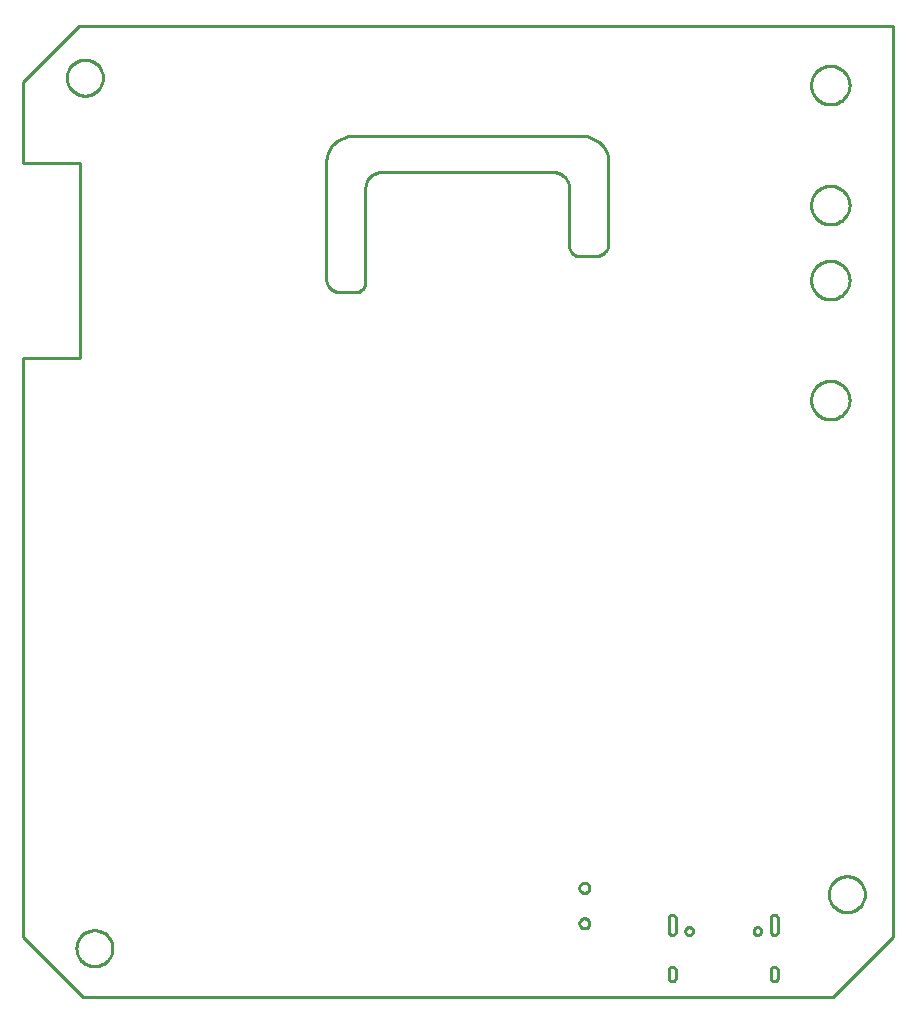
<source format=gbr>
G04 EAGLE Gerber RS-274X export*
G75*
%MOMM*%
%FSLAX34Y34*%
%LPD*%
%IN*%
%IPPOS*%
%AMOC8*
5,1,8,0,0,1.08239X$1,22.5*%
G01*
%ADD10C,0.254000*%


D10*
X0Y50800D02*
X50800Y0D01*
X685800Y0D01*
X736400Y50600D01*
X736400Y822200D01*
X47498Y822198D01*
X0Y774700D01*
X0Y706120D01*
X48260Y706120D01*
X48260Y541020D01*
X0Y541020D01*
X0Y50800D01*
X632782Y55708D02*
X632793Y55447D01*
X632828Y55187D01*
X632884Y54932D01*
X632963Y54682D01*
X633063Y54440D01*
X633184Y54208D01*
X633325Y53987D01*
X633484Y53780D01*
X633661Y53587D01*
X633854Y53410D01*
X634061Y53251D01*
X634282Y53110D01*
X634514Y52989D01*
X634756Y52889D01*
X635006Y52810D01*
X635261Y52754D01*
X635521Y52719D01*
X635782Y52708D01*
X636043Y52719D01*
X636303Y52754D01*
X636558Y52810D01*
X636808Y52889D01*
X637050Y52989D01*
X637282Y53110D01*
X637503Y53251D01*
X637710Y53410D01*
X637903Y53587D01*
X638080Y53780D01*
X638239Y53987D01*
X638380Y54208D01*
X638501Y54440D01*
X638601Y54682D01*
X638680Y54932D01*
X638736Y55187D01*
X638771Y55447D01*
X638782Y55708D01*
X638782Y66708D01*
X638771Y66969D01*
X638736Y67229D01*
X638680Y67484D01*
X638601Y67734D01*
X638501Y67976D01*
X638380Y68208D01*
X638239Y68429D01*
X638080Y68636D01*
X637903Y68829D01*
X637710Y69006D01*
X637503Y69165D01*
X637282Y69306D01*
X637050Y69427D01*
X636808Y69527D01*
X636558Y69606D01*
X636303Y69662D01*
X636043Y69697D01*
X635782Y69708D01*
X635521Y69697D01*
X635261Y69662D01*
X635006Y69606D01*
X634756Y69527D01*
X634514Y69427D01*
X634282Y69306D01*
X634061Y69165D01*
X633854Y69006D01*
X633661Y68829D01*
X633484Y68636D01*
X633325Y68429D01*
X633184Y68208D01*
X633063Y67976D01*
X632963Y67734D01*
X632884Y67484D01*
X632828Y67229D01*
X632793Y66969D01*
X632782Y66708D01*
X632782Y55708D01*
X632782Y16358D02*
X632793Y16097D01*
X632828Y15837D01*
X632884Y15582D01*
X632963Y15332D01*
X633063Y15090D01*
X633184Y14858D01*
X633325Y14637D01*
X633484Y14430D01*
X633661Y14237D01*
X633854Y14060D01*
X634061Y13901D01*
X634282Y13760D01*
X634514Y13639D01*
X634756Y13539D01*
X635006Y13460D01*
X635261Y13404D01*
X635521Y13369D01*
X635782Y13358D01*
X636043Y13369D01*
X636303Y13404D01*
X636558Y13460D01*
X636808Y13539D01*
X637050Y13639D01*
X637282Y13760D01*
X637503Y13901D01*
X637710Y14060D01*
X637903Y14237D01*
X638080Y14430D01*
X638239Y14637D01*
X638380Y14858D01*
X638501Y15090D01*
X638601Y15332D01*
X638680Y15582D01*
X638736Y15837D01*
X638771Y16097D01*
X638782Y16358D01*
X638782Y22558D01*
X638771Y22819D01*
X638736Y23079D01*
X638680Y23334D01*
X638601Y23584D01*
X638501Y23826D01*
X638380Y24058D01*
X638239Y24279D01*
X638080Y24486D01*
X637903Y24679D01*
X637710Y24856D01*
X637503Y25015D01*
X637282Y25156D01*
X637050Y25277D01*
X636808Y25377D01*
X636558Y25456D01*
X636303Y25512D01*
X636043Y25547D01*
X635782Y25558D01*
X635521Y25547D01*
X635261Y25512D01*
X635006Y25456D01*
X634756Y25377D01*
X634514Y25277D01*
X634282Y25156D01*
X634061Y25015D01*
X633854Y24856D01*
X633661Y24679D01*
X633484Y24486D01*
X633325Y24279D01*
X633184Y24058D01*
X633063Y23826D01*
X632963Y23584D01*
X632884Y23334D01*
X632828Y23079D01*
X632793Y22819D01*
X632782Y22558D01*
X632782Y16358D01*
X546382Y55708D02*
X546393Y55447D01*
X546428Y55187D01*
X546484Y54932D01*
X546563Y54682D01*
X546663Y54440D01*
X546784Y54208D01*
X546925Y53987D01*
X547084Y53780D01*
X547261Y53587D01*
X547454Y53410D01*
X547661Y53251D01*
X547882Y53110D01*
X548114Y52989D01*
X548356Y52889D01*
X548606Y52810D01*
X548861Y52754D01*
X549121Y52719D01*
X549382Y52708D01*
X549643Y52719D01*
X549903Y52754D01*
X550158Y52810D01*
X550408Y52889D01*
X550650Y52989D01*
X550882Y53110D01*
X551103Y53251D01*
X551310Y53410D01*
X551503Y53587D01*
X551680Y53780D01*
X551839Y53987D01*
X551980Y54208D01*
X552101Y54440D01*
X552201Y54682D01*
X552280Y54932D01*
X552336Y55187D01*
X552371Y55447D01*
X552382Y55708D01*
X552382Y66708D01*
X552371Y66969D01*
X552336Y67229D01*
X552280Y67484D01*
X552201Y67734D01*
X552101Y67976D01*
X551980Y68208D01*
X551839Y68429D01*
X551680Y68636D01*
X551503Y68829D01*
X551310Y69006D01*
X551103Y69165D01*
X550882Y69306D01*
X550650Y69427D01*
X550408Y69527D01*
X550158Y69606D01*
X549903Y69662D01*
X549643Y69697D01*
X549382Y69708D01*
X549121Y69697D01*
X548861Y69662D01*
X548606Y69606D01*
X548356Y69527D01*
X548114Y69427D01*
X547882Y69306D01*
X547661Y69165D01*
X547454Y69006D01*
X547261Y68829D01*
X547084Y68636D01*
X546925Y68429D01*
X546784Y68208D01*
X546663Y67976D01*
X546563Y67734D01*
X546484Y67484D01*
X546428Y67229D01*
X546393Y66969D01*
X546382Y66708D01*
X546382Y55708D01*
X546382Y16358D02*
X546393Y16097D01*
X546428Y15837D01*
X546484Y15582D01*
X546563Y15332D01*
X546663Y15090D01*
X546784Y14858D01*
X546925Y14637D01*
X547084Y14430D01*
X547261Y14237D01*
X547454Y14060D01*
X547661Y13901D01*
X547882Y13760D01*
X548114Y13639D01*
X548356Y13539D01*
X548606Y13460D01*
X548861Y13404D01*
X549121Y13369D01*
X549382Y13358D01*
X549643Y13369D01*
X549903Y13404D01*
X550158Y13460D01*
X550408Y13539D01*
X550650Y13639D01*
X550882Y13760D01*
X551103Y13901D01*
X551310Y14060D01*
X551503Y14237D01*
X551680Y14430D01*
X551839Y14637D01*
X551980Y14858D01*
X552101Y15090D01*
X552201Y15332D01*
X552280Y15582D01*
X552336Y15837D01*
X552371Y16097D01*
X552382Y16358D01*
X552382Y22558D01*
X552371Y22819D01*
X552336Y23079D01*
X552280Y23334D01*
X552201Y23584D01*
X552101Y23826D01*
X551980Y24058D01*
X551839Y24279D01*
X551680Y24486D01*
X551503Y24679D01*
X551310Y24856D01*
X551103Y25015D01*
X550882Y25156D01*
X550650Y25277D01*
X550408Y25377D01*
X550158Y25456D01*
X549903Y25512D01*
X549643Y25547D01*
X549382Y25558D01*
X549121Y25547D01*
X548861Y25512D01*
X548606Y25456D01*
X548356Y25377D01*
X548114Y25277D01*
X547882Y25156D01*
X547661Y25015D01*
X547454Y24856D01*
X547261Y24679D01*
X547084Y24486D01*
X546925Y24279D01*
X546784Y24058D01*
X546663Y23826D01*
X546563Y23584D01*
X546484Y23334D01*
X546428Y23079D01*
X546393Y22819D01*
X546382Y22558D01*
X546382Y16358D01*
X256540Y607060D02*
X256667Y606093D01*
X256878Y605141D01*
X257172Y604211D01*
X257545Y603311D01*
X257995Y602446D01*
X258519Y601623D01*
X259112Y600850D01*
X259771Y600131D01*
X260490Y599472D01*
X261263Y598879D01*
X262086Y598355D01*
X262951Y597905D01*
X263851Y597532D01*
X264781Y597238D01*
X265733Y597027D01*
X266700Y596900D01*
X281940Y596900D01*
X282665Y596995D01*
X283379Y597154D01*
X284076Y597374D01*
X284752Y597653D01*
X285401Y597991D01*
X286017Y598384D01*
X286598Y598829D01*
X287137Y599323D01*
X287631Y599862D01*
X288076Y600443D01*
X288469Y601059D01*
X288807Y601708D01*
X289086Y602384D01*
X289306Y603081D01*
X289465Y603795D01*
X289560Y604520D01*
X289560Y685800D01*
X289719Y687008D01*
X289983Y688198D01*
X290349Y689361D01*
X290816Y690487D01*
X291379Y691568D01*
X292033Y692596D01*
X292775Y693563D01*
X293599Y694461D01*
X294497Y695285D01*
X295464Y696027D01*
X296492Y696681D01*
X297573Y697244D01*
X298699Y697711D01*
X299862Y698077D01*
X301052Y698341D01*
X302260Y698500D01*
X449580Y698500D01*
X450788Y698341D01*
X451978Y698077D01*
X453141Y697711D01*
X454267Y697244D01*
X455348Y696681D01*
X456376Y696027D01*
X457343Y695285D01*
X458241Y694461D01*
X459065Y693563D01*
X459807Y692596D01*
X460461Y691568D01*
X461024Y690487D01*
X461491Y689361D01*
X461857Y688198D01*
X462121Y687008D01*
X462280Y685800D01*
X462280Y635000D01*
X462375Y634275D01*
X462534Y633561D01*
X462754Y632864D01*
X463033Y632188D01*
X463371Y631539D01*
X463764Y630923D01*
X464209Y630342D01*
X464703Y629803D01*
X465242Y629309D01*
X465823Y628864D01*
X466439Y628471D01*
X467088Y628133D01*
X467764Y627854D01*
X468461Y627634D01*
X469175Y627475D01*
X469900Y627380D01*
X485140Y627380D01*
X486107Y627507D01*
X487059Y627718D01*
X487989Y628011D01*
X488889Y628385D01*
X489754Y628835D01*
X490577Y629359D01*
X491350Y629952D01*
X492069Y630611D01*
X492728Y631330D01*
X493321Y632103D01*
X493845Y632926D01*
X494295Y633791D01*
X494669Y634691D01*
X494962Y635621D01*
X495173Y636573D01*
X495300Y637540D01*
X495300Y708660D01*
X495045Y710593D01*
X494623Y712497D01*
X494037Y714357D01*
X493291Y716159D01*
X492390Y717888D01*
X491343Y719533D01*
X490155Y721080D01*
X488838Y722518D01*
X487400Y723835D01*
X485853Y725023D01*
X484208Y726070D01*
X482479Y726971D01*
X480677Y727717D01*
X478817Y728303D01*
X476913Y728725D01*
X474980Y728980D01*
X276860Y728980D01*
X274927Y728725D01*
X273023Y728303D01*
X271163Y727717D01*
X269361Y726971D01*
X267632Y726070D01*
X265987Y725023D01*
X264440Y723835D01*
X263002Y722518D01*
X261685Y721080D01*
X260497Y719533D01*
X259450Y717888D01*
X258549Y716159D01*
X257803Y714357D01*
X257217Y712497D01*
X256795Y710593D01*
X256540Y708660D01*
X256540Y607060D01*
X75438Y40858D02*
X75360Y39772D01*
X75205Y38694D01*
X74974Y37631D01*
X74667Y36586D01*
X74287Y35566D01*
X73835Y34576D01*
X73313Y33621D01*
X72724Y32705D01*
X72072Y31833D01*
X71359Y31011D01*
X70589Y30241D01*
X69767Y29528D01*
X68895Y28876D01*
X67979Y28287D01*
X67024Y27765D01*
X66034Y27313D01*
X65014Y26933D01*
X63969Y26626D01*
X62906Y26395D01*
X61828Y26240D01*
X60742Y26162D01*
X59654Y26162D01*
X58568Y26240D01*
X57490Y26395D01*
X56427Y26626D01*
X55382Y26933D01*
X54362Y27313D01*
X53372Y27765D01*
X52417Y28287D01*
X51501Y28876D01*
X50629Y29528D01*
X49807Y30241D01*
X49037Y31011D01*
X48324Y31833D01*
X47672Y32705D01*
X47083Y33621D01*
X46561Y34576D01*
X46109Y35566D01*
X45729Y36586D01*
X45422Y37631D01*
X45191Y38694D01*
X45036Y39772D01*
X44958Y40858D01*
X44958Y41946D01*
X45036Y43032D01*
X45191Y44110D01*
X45422Y45173D01*
X45729Y46218D01*
X46109Y47238D01*
X46561Y48228D01*
X47083Y49183D01*
X47672Y50099D01*
X48324Y50971D01*
X49037Y51793D01*
X49807Y52563D01*
X50629Y53276D01*
X51501Y53928D01*
X52417Y54517D01*
X53372Y55039D01*
X54362Y55491D01*
X55382Y55871D01*
X56427Y56178D01*
X57490Y56409D01*
X58568Y56564D01*
X59654Y56642D01*
X60742Y56642D01*
X61828Y56564D01*
X62906Y56409D01*
X63969Y56178D01*
X65014Y55871D01*
X66034Y55491D01*
X67024Y55039D01*
X67979Y54517D01*
X68895Y53928D01*
X69767Y53276D01*
X70589Y52563D01*
X71359Y51793D01*
X72072Y50971D01*
X72724Y50099D01*
X73313Y49183D01*
X73835Y48228D01*
X74287Y47238D01*
X74667Y46218D01*
X74974Y45173D01*
X75205Y44110D01*
X75360Y43032D01*
X75438Y41946D01*
X75438Y40858D01*
X712470Y86578D02*
X712392Y85492D01*
X712237Y84414D01*
X712006Y83351D01*
X711699Y82306D01*
X711319Y81286D01*
X710867Y80296D01*
X710345Y79341D01*
X709756Y78425D01*
X709104Y77553D01*
X708391Y76731D01*
X707621Y75961D01*
X706799Y75248D01*
X705927Y74596D01*
X705011Y74007D01*
X704056Y73485D01*
X703066Y73033D01*
X702046Y72653D01*
X701001Y72346D01*
X699938Y72115D01*
X698860Y71960D01*
X697774Y71882D01*
X696686Y71882D01*
X695600Y71960D01*
X694522Y72115D01*
X693459Y72346D01*
X692414Y72653D01*
X691394Y73033D01*
X690404Y73485D01*
X689449Y74007D01*
X688533Y74596D01*
X687661Y75248D01*
X686839Y75961D01*
X686069Y76731D01*
X685356Y77553D01*
X684704Y78425D01*
X684115Y79341D01*
X683593Y80296D01*
X683141Y81286D01*
X682761Y82306D01*
X682454Y83351D01*
X682223Y84414D01*
X682068Y85492D01*
X681990Y86578D01*
X681990Y87666D01*
X682068Y88752D01*
X682223Y89830D01*
X682454Y90893D01*
X682761Y91938D01*
X683141Y92958D01*
X683593Y93948D01*
X684115Y94903D01*
X684704Y95819D01*
X685356Y96691D01*
X686069Y97513D01*
X686839Y98283D01*
X687661Y98996D01*
X688533Y99648D01*
X689449Y100237D01*
X690404Y100759D01*
X691394Y101211D01*
X692414Y101591D01*
X693459Y101898D01*
X694522Y102129D01*
X695600Y102284D01*
X696686Y102362D01*
X697774Y102362D01*
X698860Y102284D01*
X699938Y102129D01*
X701001Y101898D01*
X702046Y101591D01*
X703066Y101211D01*
X704056Y100759D01*
X705011Y100237D01*
X705927Y99648D01*
X706799Y98996D01*
X707621Y98283D01*
X708391Y97513D01*
X709104Y96691D01*
X709756Y95819D01*
X710345Y94903D01*
X710867Y93948D01*
X711319Y92958D01*
X711699Y91938D01*
X712006Y90893D01*
X712237Y89830D01*
X712392Y88752D01*
X712470Y87666D01*
X712470Y86578D01*
X67310Y777966D02*
X67232Y776880D01*
X67077Y775802D01*
X66846Y774739D01*
X66539Y773694D01*
X66159Y772674D01*
X65707Y771684D01*
X65185Y770729D01*
X64596Y769813D01*
X63944Y768941D01*
X63231Y768119D01*
X62461Y767349D01*
X61639Y766636D01*
X60767Y765984D01*
X59851Y765395D01*
X58896Y764873D01*
X57906Y764421D01*
X56886Y764041D01*
X55841Y763734D01*
X54778Y763503D01*
X53700Y763348D01*
X52614Y763270D01*
X51526Y763270D01*
X50440Y763348D01*
X49362Y763503D01*
X48299Y763734D01*
X47254Y764041D01*
X46234Y764421D01*
X45244Y764873D01*
X44289Y765395D01*
X43373Y765984D01*
X42501Y766636D01*
X41679Y767349D01*
X40909Y768119D01*
X40196Y768941D01*
X39544Y769813D01*
X38955Y770729D01*
X38433Y771684D01*
X37981Y772674D01*
X37601Y773694D01*
X37294Y774739D01*
X37063Y775802D01*
X36908Y776880D01*
X36830Y777966D01*
X36830Y779054D01*
X36908Y780140D01*
X37063Y781218D01*
X37294Y782281D01*
X37601Y783326D01*
X37981Y784346D01*
X38433Y785336D01*
X38955Y786291D01*
X39544Y787207D01*
X40196Y788079D01*
X40909Y788901D01*
X41679Y789671D01*
X42501Y790384D01*
X43373Y791036D01*
X44289Y791625D01*
X45244Y792147D01*
X46234Y792599D01*
X47254Y792979D01*
X48299Y793286D01*
X49362Y793517D01*
X50440Y793672D01*
X51526Y793750D01*
X52614Y793750D01*
X53700Y793672D01*
X54778Y793517D01*
X55841Y793286D01*
X56886Y792979D01*
X57906Y792599D01*
X58896Y792147D01*
X59851Y791625D01*
X60767Y791036D01*
X61639Y790384D01*
X62461Y789671D01*
X63231Y788901D01*
X63944Y788079D01*
X64596Y787207D01*
X65185Y786291D01*
X65707Y785336D01*
X66159Y784346D01*
X66539Y783326D01*
X66846Y782281D01*
X67077Y781218D01*
X67232Y780140D01*
X67310Y779054D01*
X67310Y777966D01*
X566932Y55695D02*
X566876Y55273D01*
X566766Y54861D01*
X566603Y54467D01*
X566390Y54099D01*
X566131Y53761D01*
X565829Y53459D01*
X565491Y53200D01*
X565123Y52987D01*
X564729Y52824D01*
X564317Y52714D01*
X563895Y52658D01*
X563469Y52658D01*
X563047Y52714D01*
X562635Y52824D01*
X562241Y52987D01*
X561873Y53200D01*
X561535Y53459D01*
X561233Y53761D01*
X560974Y54099D01*
X560761Y54467D01*
X560598Y54861D01*
X560488Y55273D01*
X560432Y55695D01*
X560432Y56121D01*
X560488Y56543D01*
X560598Y56955D01*
X560761Y57349D01*
X560974Y57717D01*
X561233Y58055D01*
X561535Y58357D01*
X561873Y58616D01*
X562241Y58829D01*
X562635Y58992D01*
X563047Y59102D01*
X563469Y59158D01*
X563895Y59158D01*
X564317Y59102D01*
X564729Y58992D01*
X565123Y58829D01*
X565491Y58616D01*
X565829Y58357D01*
X566131Y58055D01*
X566390Y57717D01*
X566603Y57349D01*
X566766Y56955D01*
X566876Y56543D01*
X566932Y56121D01*
X566932Y55695D01*
X624732Y55695D02*
X624676Y55273D01*
X624566Y54861D01*
X624403Y54467D01*
X624190Y54099D01*
X623931Y53761D01*
X623629Y53459D01*
X623291Y53200D01*
X622923Y52987D01*
X622529Y52824D01*
X622117Y52714D01*
X621695Y52658D01*
X621269Y52658D01*
X620847Y52714D01*
X620435Y52824D01*
X620041Y52987D01*
X619673Y53200D01*
X619335Y53459D01*
X619033Y53761D01*
X618774Y54099D01*
X618561Y54467D01*
X618398Y54861D01*
X618288Y55273D01*
X618232Y55695D01*
X618232Y56121D01*
X618288Y56543D01*
X618398Y56955D01*
X618561Y57349D01*
X618774Y57717D01*
X619033Y58055D01*
X619335Y58357D01*
X619673Y58616D01*
X620041Y58829D01*
X620435Y58992D01*
X620847Y59102D01*
X621269Y59158D01*
X621695Y59158D01*
X622117Y59102D01*
X622529Y58992D01*
X622923Y58829D01*
X623291Y58616D01*
X623629Y58357D01*
X623931Y58055D01*
X624190Y57717D01*
X624403Y57349D01*
X624566Y56955D01*
X624676Y56543D01*
X624732Y56121D01*
X624732Y55695D01*
X475259Y96720D02*
X475811Y96647D01*
X476349Y96503D01*
X476864Y96290D01*
X477346Y96011D01*
X477788Y95672D01*
X478182Y95278D01*
X478521Y94836D01*
X478800Y94354D01*
X479013Y93839D01*
X479157Y93301D01*
X479230Y92749D01*
X479230Y92191D01*
X479157Y91639D01*
X479013Y91101D01*
X478800Y90586D01*
X478521Y90104D01*
X478182Y89662D01*
X477788Y89268D01*
X477346Y88929D01*
X476864Y88650D01*
X476349Y88437D01*
X475811Y88293D01*
X475259Y88220D01*
X474701Y88220D01*
X474149Y88293D01*
X473611Y88437D01*
X473096Y88650D01*
X472614Y88929D01*
X472172Y89268D01*
X471778Y89662D01*
X471439Y90104D01*
X471160Y90586D01*
X470947Y91101D01*
X470803Y91639D01*
X470730Y92191D01*
X470730Y92749D01*
X470803Y93301D01*
X470947Y93839D01*
X471160Y94354D01*
X471439Y94836D01*
X471778Y95278D01*
X472172Y95672D01*
X472614Y96011D01*
X473096Y96290D01*
X473611Y96503D01*
X474149Y96647D01*
X474701Y96720D01*
X475259Y96720D01*
X475259Y66720D02*
X475811Y66647D01*
X476349Y66503D01*
X476864Y66290D01*
X477346Y66011D01*
X477788Y65672D01*
X478182Y65278D01*
X478521Y64836D01*
X478800Y64354D01*
X479013Y63839D01*
X479157Y63301D01*
X479230Y62749D01*
X479230Y62191D01*
X479157Y61639D01*
X479013Y61101D01*
X478800Y60586D01*
X478521Y60104D01*
X478182Y59662D01*
X477788Y59268D01*
X477346Y58929D01*
X476864Y58650D01*
X476349Y58437D01*
X475811Y58293D01*
X475259Y58220D01*
X474701Y58220D01*
X474149Y58293D01*
X473611Y58437D01*
X473096Y58650D01*
X472614Y58929D01*
X472172Y59268D01*
X471778Y59662D01*
X471439Y60104D01*
X471160Y60586D01*
X470947Y61101D01*
X470803Y61639D01*
X470730Y62191D01*
X470730Y62749D01*
X470803Y63301D01*
X470947Y63839D01*
X471160Y64354D01*
X471439Y64836D01*
X471778Y65278D01*
X472172Y65672D01*
X472614Y66011D01*
X473096Y66290D01*
X473611Y66503D01*
X474149Y66647D01*
X474701Y66720D01*
X475259Y66720D01*
X683792Y521716D02*
X684854Y521646D01*
X685909Y521507D01*
X686953Y521300D01*
X687981Y521024D01*
X688989Y520682D01*
X689973Y520275D01*
X690927Y519804D01*
X691849Y519272D01*
X692734Y518681D01*
X693578Y518033D01*
X694378Y517331D01*
X695131Y516578D01*
X695833Y515778D01*
X696481Y514934D01*
X697072Y514049D01*
X697604Y513127D01*
X698075Y512173D01*
X698482Y511189D01*
X698824Y510181D01*
X699100Y509153D01*
X699307Y508109D01*
X699446Y507054D01*
X699516Y505992D01*
X699516Y504928D01*
X699446Y503866D01*
X699307Y502811D01*
X699100Y501767D01*
X698824Y500739D01*
X698482Y499731D01*
X698075Y498747D01*
X697604Y497793D01*
X697072Y496871D01*
X696481Y495986D01*
X695833Y495142D01*
X695131Y494342D01*
X694378Y493589D01*
X693578Y492887D01*
X692734Y492239D01*
X691849Y491648D01*
X690927Y491116D01*
X689973Y490645D01*
X688989Y490238D01*
X687981Y489896D01*
X686953Y489620D01*
X685909Y489413D01*
X684854Y489274D01*
X683792Y489204D01*
X682728Y489204D01*
X681666Y489274D01*
X680611Y489413D01*
X679567Y489620D01*
X678539Y489896D01*
X677531Y490238D01*
X676547Y490645D01*
X675593Y491116D01*
X674671Y491648D01*
X673786Y492239D01*
X672942Y492887D01*
X672142Y493589D01*
X671389Y494342D01*
X670687Y495142D01*
X670039Y495986D01*
X669448Y496871D01*
X668916Y497793D01*
X668445Y498747D01*
X668038Y499731D01*
X667696Y500739D01*
X667420Y501767D01*
X667213Y502811D01*
X667074Y503866D01*
X667004Y504928D01*
X667004Y505992D01*
X667074Y507054D01*
X667213Y508109D01*
X667420Y509153D01*
X667696Y510181D01*
X668038Y511189D01*
X668445Y512173D01*
X668916Y513127D01*
X669448Y514049D01*
X670039Y514934D01*
X670687Y515778D01*
X671389Y516578D01*
X672142Y517331D01*
X672942Y518033D01*
X673786Y518681D01*
X674671Y519272D01*
X675593Y519804D01*
X676547Y520275D01*
X677531Y520682D01*
X678539Y521024D01*
X679567Y521300D01*
X680611Y521507D01*
X681666Y521646D01*
X682728Y521716D01*
X683792Y521716D01*
X683792Y623316D02*
X684854Y623246D01*
X685909Y623107D01*
X686953Y622900D01*
X687981Y622624D01*
X688989Y622282D01*
X689973Y621875D01*
X690927Y621404D01*
X691849Y620872D01*
X692734Y620281D01*
X693578Y619633D01*
X694378Y618931D01*
X695131Y618178D01*
X695833Y617378D01*
X696481Y616534D01*
X697072Y615649D01*
X697604Y614727D01*
X698075Y613773D01*
X698482Y612789D01*
X698824Y611781D01*
X699100Y610753D01*
X699307Y609709D01*
X699446Y608654D01*
X699516Y607592D01*
X699516Y606528D01*
X699446Y605466D01*
X699307Y604411D01*
X699100Y603367D01*
X698824Y602339D01*
X698482Y601331D01*
X698075Y600347D01*
X697604Y599393D01*
X697072Y598471D01*
X696481Y597586D01*
X695833Y596742D01*
X695131Y595942D01*
X694378Y595189D01*
X693578Y594487D01*
X692734Y593839D01*
X691849Y593248D01*
X690927Y592716D01*
X689973Y592245D01*
X688989Y591838D01*
X687981Y591496D01*
X686953Y591220D01*
X685909Y591013D01*
X684854Y590874D01*
X683792Y590804D01*
X682728Y590804D01*
X681666Y590874D01*
X680611Y591013D01*
X679567Y591220D01*
X678539Y591496D01*
X677531Y591838D01*
X676547Y592245D01*
X675593Y592716D01*
X674671Y593248D01*
X673786Y593839D01*
X672942Y594487D01*
X672142Y595189D01*
X671389Y595942D01*
X670687Y596742D01*
X670039Y597586D01*
X669448Y598471D01*
X668916Y599393D01*
X668445Y600347D01*
X668038Y601331D01*
X667696Y602339D01*
X667420Y603367D01*
X667213Y604411D01*
X667074Y605466D01*
X667004Y606528D01*
X667004Y607592D01*
X667074Y608654D01*
X667213Y609709D01*
X667420Y610753D01*
X667696Y611781D01*
X668038Y612789D01*
X668445Y613773D01*
X668916Y614727D01*
X669448Y615649D01*
X670039Y616534D01*
X670687Y617378D01*
X671389Y618178D01*
X672142Y618931D01*
X672942Y619633D01*
X673786Y620281D01*
X674671Y620872D01*
X675593Y621404D01*
X676547Y621875D01*
X677531Y622282D01*
X678539Y622624D01*
X679567Y622900D01*
X680611Y623107D01*
X681666Y623246D01*
X682728Y623316D01*
X683792Y623316D01*
X683792Y686816D02*
X684854Y686746D01*
X685909Y686607D01*
X686953Y686400D01*
X687981Y686124D01*
X688989Y685782D01*
X689973Y685375D01*
X690927Y684904D01*
X691849Y684372D01*
X692734Y683781D01*
X693578Y683133D01*
X694378Y682431D01*
X695131Y681678D01*
X695833Y680878D01*
X696481Y680034D01*
X697072Y679149D01*
X697604Y678227D01*
X698075Y677273D01*
X698482Y676289D01*
X698824Y675281D01*
X699100Y674253D01*
X699307Y673209D01*
X699446Y672154D01*
X699516Y671092D01*
X699516Y670028D01*
X699446Y668966D01*
X699307Y667911D01*
X699100Y666867D01*
X698824Y665839D01*
X698482Y664831D01*
X698075Y663847D01*
X697604Y662893D01*
X697072Y661971D01*
X696481Y661086D01*
X695833Y660242D01*
X695131Y659442D01*
X694378Y658689D01*
X693578Y657987D01*
X692734Y657339D01*
X691849Y656748D01*
X690927Y656216D01*
X689973Y655745D01*
X688989Y655338D01*
X687981Y654996D01*
X686953Y654720D01*
X685909Y654513D01*
X684854Y654374D01*
X683792Y654304D01*
X682728Y654304D01*
X681666Y654374D01*
X680611Y654513D01*
X679567Y654720D01*
X678539Y654996D01*
X677531Y655338D01*
X676547Y655745D01*
X675593Y656216D01*
X674671Y656748D01*
X673786Y657339D01*
X672942Y657987D01*
X672142Y658689D01*
X671389Y659442D01*
X670687Y660242D01*
X670039Y661086D01*
X669448Y661971D01*
X668916Y662893D01*
X668445Y663847D01*
X668038Y664831D01*
X667696Y665839D01*
X667420Y666867D01*
X667213Y667911D01*
X667074Y668966D01*
X667004Y670028D01*
X667004Y671092D01*
X667074Y672154D01*
X667213Y673209D01*
X667420Y674253D01*
X667696Y675281D01*
X668038Y676289D01*
X668445Y677273D01*
X668916Y678227D01*
X669448Y679149D01*
X670039Y680034D01*
X670687Y680878D01*
X671389Y681678D01*
X672142Y682431D01*
X672942Y683133D01*
X673786Y683781D01*
X674671Y684372D01*
X675593Y684904D01*
X676547Y685375D01*
X677531Y685782D01*
X678539Y686124D01*
X679567Y686400D01*
X680611Y686607D01*
X681666Y686746D01*
X682728Y686816D01*
X683792Y686816D01*
X683792Y788416D02*
X684854Y788346D01*
X685909Y788207D01*
X686953Y788000D01*
X687981Y787724D01*
X688989Y787382D01*
X689973Y786975D01*
X690927Y786504D01*
X691849Y785972D01*
X692734Y785381D01*
X693578Y784733D01*
X694378Y784031D01*
X695131Y783278D01*
X695833Y782478D01*
X696481Y781634D01*
X697072Y780749D01*
X697604Y779827D01*
X698075Y778873D01*
X698482Y777889D01*
X698824Y776881D01*
X699100Y775853D01*
X699307Y774809D01*
X699446Y773754D01*
X699516Y772692D01*
X699516Y771628D01*
X699446Y770566D01*
X699307Y769511D01*
X699100Y768467D01*
X698824Y767439D01*
X698482Y766431D01*
X698075Y765447D01*
X697604Y764493D01*
X697072Y763571D01*
X696481Y762686D01*
X695833Y761842D01*
X695131Y761042D01*
X694378Y760289D01*
X693578Y759587D01*
X692734Y758939D01*
X691849Y758348D01*
X690927Y757816D01*
X689973Y757345D01*
X688989Y756938D01*
X687981Y756596D01*
X686953Y756320D01*
X685909Y756113D01*
X684854Y755974D01*
X683792Y755904D01*
X682728Y755904D01*
X681666Y755974D01*
X680611Y756113D01*
X679567Y756320D01*
X678539Y756596D01*
X677531Y756938D01*
X676547Y757345D01*
X675593Y757816D01*
X674671Y758348D01*
X673786Y758939D01*
X672942Y759587D01*
X672142Y760289D01*
X671389Y761042D01*
X670687Y761842D01*
X670039Y762686D01*
X669448Y763571D01*
X668916Y764493D01*
X668445Y765447D01*
X668038Y766431D01*
X667696Y767439D01*
X667420Y768467D01*
X667213Y769511D01*
X667074Y770566D01*
X667004Y771628D01*
X667004Y772692D01*
X667074Y773754D01*
X667213Y774809D01*
X667420Y775853D01*
X667696Y776881D01*
X668038Y777889D01*
X668445Y778873D01*
X668916Y779827D01*
X669448Y780749D01*
X670039Y781634D01*
X670687Y782478D01*
X671389Y783278D01*
X672142Y784031D01*
X672942Y784733D01*
X673786Y785381D01*
X674671Y785972D01*
X675593Y786504D01*
X676547Y786975D01*
X677531Y787382D01*
X678539Y787724D01*
X679567Y788000D01*
X680611Y788207D01*
X681666Y788346D01*
X682728Y788416D01*
X683792Y788416D01*
M02*

</source>
